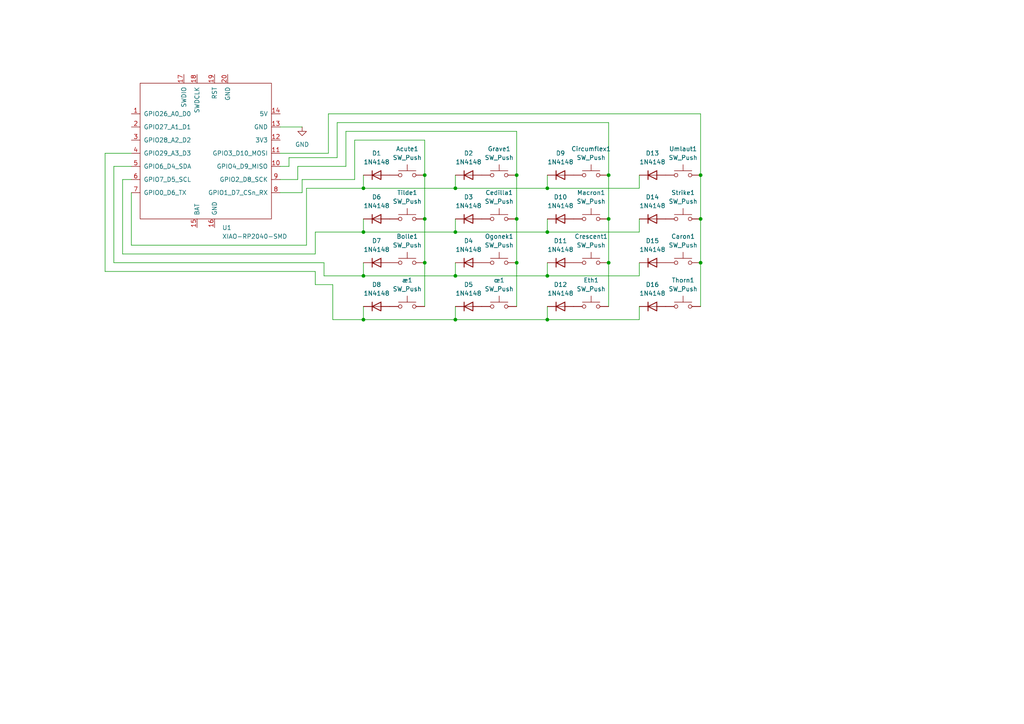
<source format=kicad_sch>
(kicad_sch (version 20231120) (generator "eeschema") (generator_version "8.0")
  (paper "A4")
  (lib_symbols
    (symbol "Diode:1N4148" (pin_numbers hide) (pin_names hide)
      (property "Reference" "D" (at 0 2.54 0))
      (property "Value" "1N4148" (at 0 -2.54 0))
      (symbol "1N4148_0_1"
        (polyline (pts (xy -1.27 1.27) (xy -1.27 -1.27)) (stroke (width 0.254)))
        (polyline (pts (xy 1.27 0) (xy -1.27 0)))
        (polyline (pts (xy 1.27 1.27) (xy 1.27 -1.27) (xy -1.27 0) (xy 1.27 1.27)) (stroke (width 0.254)))
      )
      (symbol "1N4148_1_1"
        (pin passive line (at -3.81 0 0) (length 2.54) (name "K") (number "1"))
        (pin passive line (at 3.81 0 180) (length 2.54) (name "A") (number "2"))
      )
    )
    (symbol "Seeed_Studio_XIAO_Series:XIAO-RP2040-SMD" (pin_names (offset 1.016))
      (property "Reference" "U" (at -18.542 23.114 0))
      (property "Value" "XIAO-RP2040-SMD" (at -8.382 21.336 0))
      (symbol "XIAO-RP2040-SMD_0_1"
        (rectangle (start 19.05 -19.05) (end -19.05 20.32))
      )
      (symbol "XIAO-RP2040-SMD_1_1"
        (pin passive line (at -21.59 11.43 0) (length 2.54) (name "GPIO26_A0_D0") (number "1"))
        (pin passive line (at 21.59 -3.81 180) (length 2.54) (name "GPIO4_D9_MISO") (number "10"))
        (pin passive line (at 21.59 0 180) (length 2.54) (name "GPIO3_D10_MOSI") (number "11"))
        (pin passive line (at 21.59 3.81 180) (length 2.54) (name "3V3") (number "12"))
        (pin passive line (at 21.59 7.62 180) (length 2.54) (name "GND") (number "13"))
        (pin passive line (at 21.59 11.43 180) (length 2.54) (name "5V") (number "14"))
        (pin passive line (at -2.54 -21.59 90) (length 2.54) (name "BAT") (number "15"))
        (pin passive line (at 2.54 -21.59 90) (length 2.54) (name "GND") (number "16"))
        (pin passive line (at -6.35 22.86 270) (length 2.54) (name "SWDIO") (number "17"))
        (pin passive line (at -2.54 22.86 270) (length 2.54) (name "SWDCLK") (number "18"))
        (pin passive line (at 2.54 22.86 270) (length 2.54) (name "RST") (number "19"))
        (pin passive line (at -21.59 7.62 0) (length 2.54) (name "GPIO27_A1_D1") (number "2"))
        (pin passive line (at 6.35 22.86 270) (length 2.54) (name "GND") (number "20"))
        (pin passive line (at -21.59 3.81 0) (length 2.54) (name "GPIO28_A2_D2") (number "3"))
        (pin passive line (at -21.59 0 0) (length 2.54) (name "GPIO29_A3_D3") (number "4"))
        (pin passive line (at -21.59 -3.81 0) (length 2.54) (name "GPIO6_D4_SDA") (number "5"))
        (pin passive line (at -21.59 -7.62 0) (length 2.54) (name "GPIO7_D5_SCL") (number "6"))
        (pin passive line (at -21.59 -11.43 0) (length 2.54) (name "GPIO0_D6_TX") (number "7"))
        (pin passive line (at 21.59 -11.43 180) (length 2.54) (name "GPIO1_D7_CSn_RX") (number "8"))
        (pin passive line (at 21.59 -7.62 180) (length 2.54) (name "GPIO2_D8_SCK") (number "9"))
      )
    )
    (symbol "Switch:SW_Push" (pin_numbers hide) (pin_names (offset 1.016) hide)
      (property "Reference" "SW" (at 1.27 2.54 0))
      (property "Value" "SW_Push" (at 0 -1.524 0))
      (symbol "SW_Push_0_1"
        (circle (center -2.032 0) (radius 0.508))
        (polyline (pts (xy 0 1.27) (xy 0 3.048)))
        (polyline (pts (xy 2.54 1.27) (xy -2.54 1.27)))
        (circle (center 2.032 0) (radius 0.508))
        (pin passive line (at -5.08 0 0) (length 2.54) (name "1") (number "1"))
        (pin passive line (at 5.08 0 180) (length 2.54) (name "2") (number "2"))
      )
    )
    (symbol "power:GND" (power) (pin_numbers hide) (pin_names (offset 0) hide)
      (property "Value" "GND" (at 0 -3.81 0))
      (symbol "GND_0_1"
        (polyline (pts (xy 0 0) (xy 0 -1.27) (xy 1.27 -1.27) (xy 0 -2.54) (xy -1.27 -1.27) (xy 0 -1.27)))
      )
      (symbol "GND_1_1"
        (pin power_in line (at 0 0 270) (length 0) (name "~") (number "1"))
      )
    )
  )
  (junction (at 132.08 80.01))
  (junction (at 105.41 92.71))
  (junction (at 132.08 54.61))
  (junction (at 123.19 63.5))
  (junction (at 158.75 80.01))
  (junction (at 149.86 50.8))
  (junction (at 132.08 92.71))
  (junction (at 203.2 50.8))
  (junction (at 203.2 63.5))
  (junction (at 105.41 54.61))
  (junction (at 158.75 67.31))
  (junction (at 105.41 67.31))
  (junction (at 123.19 76.2))
  (junction (at 176.53 63.5))
  (junction (at 176.53 50.8))
  (junction (at 158.75 54.61))
  (junction (at 105.41 80.01))
  (junction (at 132.08 67.31))
  (junction (at 149.86 76.2))
  (junction (at 176.53 76.2))
  (junction (at 149.86 63.5))
  (junction (at 203.2 76.2))
  (junction (at 123.19 50.8))
  (junction (at 158.75 92.71))
  (wire (pts (xy 123.19 40.64) (xy 102.87 40.64)))
  (wire (pts (xy 96.52 92.71) (xy 96.52 82.55)))
  (wire (pts (xy 93.98 80.01) (xy 93.98 76.2)))
  (wire (pts (xy 158.75 54.61) (xy 132.08 54.61)))
  (wire (pts (xy 86.36 48.26) (xy 86.36 52.07)))
  (wire (pts (xy 33.02 76.2) (xy 33.02 48.26)))
  (wire (pts (xy 132.08 88.9) (xy 132.08 92.71)))
  (wire (pts (xy 91.44 67.31) (xy 91.44 73.66)))
  (wire (pts (xy 86.36 52.07) (xy 81.28 52.07)))
  (wire (pts (xy 185.42 92.71) (xy 158.75 92.71)))
  (wire (pts (xy 105.41 76.2) (xy 105.41 80.01)))
  (wire (pts (xy 149.86 38.1) (xy 100.33 38.1)))
  (wire (pts (xy 95.25 44.45) (xy 81.28 44.45)))
  (wire (pts (xy 81.28 36.83) (xy 87.63 36.83)))
  (wire (pts (xy 91.44 82.55) (xy 91.44 78.74)))
  (wire (pts (xy 123.19 50.8) (xy 123.19 63.5)))
  (wire (pts (xy 38.1 71.12) (xy 38.1 55.88)))
  (wire (pts (xy 132.08 63.5) (xy 132.08 67.31)))
  (wire (pts (xy 105.41 50.8) (xy 105.41 54.61)))
  (wire (pts (xy 203.2 50.8) (xy 203.2 63.5)))
  (wire (pts (xy 105.41 92.71) (xy 96.52 92.71)))
  (wire (pts (xy 158.75 80.01) (xy 132.08 80.01)))
  (wire (pts (xy 132.08 54.61) (xy 105.41 54.61)))
  (wire (pts (xy 105.41 54.61) (xy 88.9 54.61)))
  (wire (pts (xy 158.75 50.8) (xy 158.75 54.61)))
  (wire (pts (xy 158.75 63.5) (xy 158.75 67.31)))
  (wire (pts (xy 30.48 44.45) (xy 38.1 44.45)))
  (wire (pts (xy 97.79 45.72) (xy 83.82 45.72)))
  (wire (pts (xy 149.86 76.2) (xy 149.86 88.9)))
  (wire (pts (xy 105.41 67.31) (xy 91.44 67.31)))
  (wire (pts (xy 105.41 63.5) (xy 105.41 67.31)))
  (wire (pts (xy 185.42 80.01) (xy 158.75 80.01)))
  (wire (pts (xy 123.19 50.8) (xy 123.19 40.64)))
  (wire (pts (xy 185.42 67.31) (xy 158.75 67.31)))
  (wire (pts (xy 33.02 48.26) (xy 38.1 48.26)))
  (wire (pts (xy 35.56 52.07) (xy 38.1 52.07)))
  (wire (pts (xy 97.79 35.56) (xy 97.79 45.72)))
  (wire (pts (xy 158.75 67.31) (xy 132.08 67.31)))
  (wire (pts (xy 132.08 80.01) (xy 105.41 80.01)))
  (wire (pts (xy 132.08 76.2) (xy 132.08 80.01)))
  (wire (pts (xy 185.42 63.5) (xy 185.42 67.31)))
  (wire (pts (xy 88.9 71.12) (xy 38.1 71.12)))
  (wire (pts (xy 132.08 92.71) (xy 105.41 92.71)))
  (wire (pts (xy 176.53 50.8) (xy 176.53 63.5)))
  (wire (pts (xy 123.19 76.2) (xy 123.19 88.9)))
  (wire (pts (xy 91.44 78.74) (xy 30.48 78.74)))
  (wire (pts (xy 100.33 48.26) (xy 86.36 48.26)))
  (wire (pts (xy 149.86 63.5) (xy 149.86 76.2)))
  (wire (pts (xy 102.87 40.64) (xy 102.87 52.07)))
  (wire (pts (xy 105.41 88.9) (xy 105.41 92.71)))
  (wire (pts (xy 158.75 88.9) (xy 158.75 92.71)))
  (wire (pts (xy 149.86 50.8) (xy 149.86 63.5)))
  (wire (pts (xy 176.53 35.56) (xy 97.79 35.56)))
  (wire (pts (xy 176.53 50.8) (xy 176.53 35.56)))
  (wire (pts (xy 203.2 63.5) (xy 203.2 76.2)))
  (wire (pts (xy 176.53 63.5) (xy 176.53 76.2)))
  (wire (pts (xy 102.87 52.07) (xy 87.63 52.07)))
  (wire (pts (xy 123.19 63.5) (xy 123.19 76.2)))
  (wire (pts (xy 203.2 33.02) (xy 95.25 33.02)))
  (wire (pts (xy 87.63 52.07) (xy 87.63 55.88)))
  (wire (pts (xy 95.25 33.02) (xy 95.25 44.45)))
  (wire (pts (xy 30.48 78.74) (xy 30.48 44.45)))
  (wire (pts (xy 158.75 76.2) (xy 158.75 80.01)))
  (wire (pts (xy 203.2 50.8) (xy 203.2 33.02)))
  (wire (pts (xy 96.52 82.55) (xy 91.44 82.55)))
  (wire (pts (xy 93.98 76.2) (xy 33.02 76.2)))
  (wire (pts (xy 105.41 80.01) (xy 93.98 80.01)))
  (wire (pts (xy 185.42 76.2) (xy 185.42 80.01)))
  (wire (pts (xy 158.75 92.71) (xy 132.08 92.71)))
  (wire (pts (xy 176.53 76.2) (xy 176.53 88.9)))
  (wire (pts (xy 203.2 76.2) (xy 203.2 88.9)))
  (wire (pts (xy 81.28 55.88) (xy 87.63 55.88)))
  (wire (pts (xy 149.86 50.8) (xy 149.86 38.1)))
  (wire (pts (xy 100.33 38.1) (xy 100.33 48.26)))
  (wire (pts (xy 132.08 67.31) (xy 105.41 67.31)))
  (wire (pts (xy 83.82 45.72) (xy 83.82 48.26)))
  (wire (pts (xy 132.08 50.8) (xy 132.08 54.61)))
  (wire (pts (xy 185.42 50.8) (xy 185.42 54.61)))
  (wire (pts (xy 35.56 73.66) (xy 35.56 52.07)))
  (wire (pts (xy 185.42 54.61) (xy 158.75 54.61)))
  (wire (pts (xy 88.9 54.61) (xy 88.9 71.12)))
  (wire (pts (xy 91.44 73.66) (xy 35.56 73.66)))
  (wire (pts (xy 185.42 88.9) (xy 185.42 92.71)))
  (wire (pts (xy 83.82 48.26) (xy 81.28 48.26)))
  (symbol (lib_id "power:GND") (at 87.63 36.83 0) (unit 1)
    (property "Reference" "#PWR01" (effects (hide yes)))
    (property "Value" "GND" (at 87.63 41.91 0))
    (property "Description" "Power symbol creates a global label with name \"GND\" , ground" (effects (hide yes)))
  )
  (symbol (lib_id "Switch:SW_Push") (at 171.45 88.9 0) (unit 1)
    (property "Reference" "Eth1" (at 171.45 81.28 0))
    (property "Value" "SW_Push" (at 171.45 83.82 0))
    (property "Footprint" "Button_Switch_Keyboard:SW_Cherry_MX_1.00u_PCB" (effects (hide yes)))
    (property "Description" "Push button switch, generic, two pins" (effects (hide yes)))
  )
  (symbol (lib_id "Switch:SW_Push") (at 118.11 63.5 0) (unit 1)
    (property "Reference" "Tilde1" (at 118.11 55.88 0))
    (property "Value" "SW_Push" (at 118.11 58.42 0))
    (property "Footprint" "Button_Switch_Keyboard:SW_Cherry_MX_1.00u_PCB" (effects (hide yes)))
    (property "Description" "Push button switch, generic, two pins" (effects (hide yes)))
  )
  (symbol (lib_id "Diode:1N4148") (at 109.22 63.5 0) (unit 1)
    (property "Reference" "D6" (at 109.22 57.15 0))
    (property "Value" "1N4148" (at 109.22 59.69 0))
    (property "Footprint" "Diode_THT:D_DO-35_SOD27_P7.62mm_Horizontal" (effects (hide yes)))
    (property "Datasheet" "https://assets.nexperia.com/documents/data-sheet/1N4148_1N4448.pdf" (effects (hide yes)))
    (property "Description" "100V 0.15A standard switching diode, DO-35" (effects (hide yes)))
    (property "Sim.Device" "D" (effects (hide yes)))
    (property "Sim.Pins" "1=K 2=A" (effects (hide yes)))
  )
  (symbol (lib_id "Diode:1N4148") (at 189.23 50.8 0) (unit 1)
    (property "Reference" "D13" (at 189.23 44.45 0))
    (property "Value" "1N4148" (at 189.23 46.99 0))
    (property "Footprint" "Diode_THT:D_DO-35_SOD27_P7.62mm_Horizontal" (effects (hide yes)))
    (property "Datasheet" "https://assets.nexperia.com/documents/data-sheet/1N4148_1N4448.pdf" (effects (hide yes)))
    (property "Description" "100V 0.15A standard switching diode, DO-35" (effects (hide yes)))
    (property "Sim.Device" "D" (effects (hide yes)))
    (property "Sim.Pins" "1=K 2=A" (effects (hide yes)))
  )
  (symbol (lib_id "Diode:1N4148") (at 109.22 76.2 0) (unit 1)
    (property "Reference" "D7" (at 109.22 69.85 0))
    (property "Value" "1N4148" (at 109.22 72.39 0))
    (property "Footprint" "Diode_THT:D_DO-35_SOD27_P7.62mm_Horizontal" (effects (hide yes)))
    (property "Datasheet" "https://assets.nexperia.com/documents/data-sheet/1N4148_1N4448.pdf" (effects (hide yes)))
    (property "Description" "100V 0.15A standard switching diode, DO-35" (effects (hide yes)))
    (property "Sim.Device" "D" (effects (hide yes)))
    (property "Sim.Pins" "1=K 2=A" (effects (hide yes)))
  )
  (symbol (lib_id "Switch:SW_Push") (at 144.78 50.8 0) (unit 1)
    (property "Reference" "Grave1" (at 144.78 43.18 0))
    (property "Value" "SW_Push" (at 144.78 45.72 0))
    (property "Footprint" "Button_Switch_Keyboard:SW_Cherry_MX_1.00u_PCB" (effects (hide yes)))
    (property "Description" "Push button switch, generic, two pins" (effects (hide yes)))
  )
  (symbol (lib_id "Switch:SW_Push") (at 198.12 63.5 0) (unit 1)
    (property "Reference" "Strike1" (at 198.12 55.88 0))
    (property "Value" "SW_Push" (at 198.12 58.42 0))
    (property "Footprint" "Button_Switch_Keyboard:SW_Cherry_MX_1.00u_PCB" (effects (hide yes)))
    (property "Description" "Push button switch, generic, two pins" (effects (hide yes)))
  )
  (symbol (lib_id "Switch:SW_Push") (at 144.78 76.2 0) (unit 1)
    (property "Reference" "Ogonek1" (at 144.78 68.58 0))
    (property "Value" "SW_Push" (at 144.78 71.12 0))
    (property "Footprint" "Button_Switch_Keyboard:SW_Cherry_MX_1.00u_PCB" (effects (hide yes)))
    (property "Description" "Push button switch, generic, two pins" (effects (hide yes)))
  )
  (symbol (lib_id "Diode:1N4148") (at 189.23 63.5 0) (unit 1)
    (property "Reference" "D14" (at 189.23 57.15 0))
    (property "Value" "1N4148" (at 189.23 59.69 0))
    (property "Footprint" "Diode_THT:D_DO-35_SOD27_P7.62mm_Horizontal" (effects (hide yes)))
    (property "Datasheet" "https://assets.nexperia.com/documents/data-sheet/1N4148_1N4448.pdf" (effects (hide yes)))
    (property "Description" "100V 0.15A standard switching diode, DO-35" (effects (hide yes)))
    (property "Sim.Device" "D" (effects (hide yes)))
    (property "Sim.Pins" "1=K 2=A" (effects (hide yes)))
  )
  (symbol (lib_id "Diode:1N4148") (at 162.56 88.9 0) (unit 1)
    (property "Reference" "D12" (at 162.56 82.55 0))
    (property "Value" "1N4148" (at 162.56 85.09 0))
    (property "Footprint" "Diode_THT:D_DO-35_SOD27_P7.62mm_Horizontal" (effects (hide yes)))
    (property "Datasheet" "https://assets.nexperia.com/documents/data-sheet/1N4148_1N4448.pdf" (effects (hide yes)))
    (property "Description" "100V 0.15A standard switching diode, DO-35" (effects (hide yes)))
    (property "Sim.Device" "D" (effects (hide yes)))
    (property "Sim.Pins" "1=K 2=A" (effects (hide yes)))
  )
  (symbol (lib_id "Switch:SW_Push") (at 118.11 76.2 0) (unit 1)
    (property "Reference" "Bolle1" (at 118.11 68.58 0))
    (property "Value" "SW_Push" (at 118.11 71.12 0))
    (property "Footprint" "Button_Switch_Keyboard:SW_Cherry_MX_1.00u_PCB" (effects (hide yes)))
    (property "Description" "Push button switch, generic, two pins" (effects (hide yes)))
  )
  (symbol (lib_id "Switch:SW_Push") (at 144.78 63.5 0) (unit 1)
    (property "Reference" "Cedilla1" (at 144.78 55.88 0))
    (property "Value" "SW_Push" (at 144.78 58.42 0))
    (property "Footprint" "Button_Switch_Keyboard:SW_Cherry_MX_1.00u_PCB" (effects (hide yes)))
    (property "Description" "Push button switch, generic, two pins" (effects (hide yes)))
  )
  (symbol (lib_id "Diode:1N4148") (at 189.23 88.9 0) (unit 1)
    (property "Reference" "D16" (at 189.23 82.55 0))
    (property "Value" "1N4148" (at 189.23 85.09 0))
    (property "Footprint" "Diode_THT:D_DO-35_SOD27_P7.62mm_Horizontal" (effects (hide yes)))
    (property "Datasheet" "https://assets.nexperia.com/documents/data-sheet/1N4148_1N4448.pdf" (effects (hide yes)))
    (property "Description" "100V 0.15A standard switching diode, DO-35" (effects (hide yes)))
    (property "Sim.Device" "D" (effects (hide yes)))
    (property "Sim.Pins" "1=K 2=A" (effects (hide yes)))
  )
  (symbol (lib_id "Switch:SW_Push") (at 171.45 63.5 0) (unit 1)
    (property "Reference" "Macron1" (at 171.45 55.88 0))
    (property "Value" "SW_Push" (at 171.45 58.42 0))
    (property "Footprint" "Button_Switch_Keyboard:SW_Cherry_MX_1.00u_PCB" (effects (hide yes)))
    (property "Description" "Push button switch, generic, two pins" (effects (hide yes)))
  )
  (symbol (lib_id "Switch:SW_Push") (at 198.12 50.8 0) (unit 1)
    (property "Reference" "Umlaut1" (at 198.12 43.18 0))
    (property "Value" "SW_Push" (at 198.12 45.72 0))
    (property "Footprint" "Button_Switch_Keyboard:SW_Cherry_MX_1.00u_PCB" (effects (hide yes)))
    (property "Description" "Push button switch, generic, two pins" (effects (hide yes)))
  )
  (symbol (lib_id "Seeed_Studio_XIAO_Series:XIAO-RP2040-SMD") (at 59.69 44.45 0) (unit 1)
    (property "Reference" "U1" (at 64.4241 66.04 0) (effects (justify left)))
    (property "Value" "XIAO-RP2040-SMD" (at 64.4241 68.58 0) (effects (justify left)))
    (property "Footprint" "Seeed Studio XIAO Series Library:XIAO-RP2040-DIP" (effects (hide yes)))
  )
  (symbol (lib_id "Diode:1N4148") (at 162.56 50.8 0) (unit 1)
    (property "Reference" "D9" (at 162.56 44.45 0))
    (property "Value" "1N4148" (at 162.56 46.99 0))
    (property "Footprint" "Diode_THT:D_DO-35_SOD27_P7.62mm_Horizontal" (effects (hide yes)))
    (property "Datasheet" "https://assets.nexperia.com/documents/data-sheet/1N4148_1N4448.pdf" (effects (hide yes)))
    (property "Description" "100V 0.15A standard switching diode, DO-35" (effects (hide yes)))
    (property "Sim.Device" "D" (effects (hide yes)))
    (property "Sim.Pins" "1=K 2=A" (effects (hide yes)))
  )
  (symbol (lib_id "Switch:SW_Push") (at 171.45 50.8 0) (unit 1)
    (property "Reference" "Circumflex1" (at 171.45 43.18 0))
    (property "Value" "SW_Push" (at 171.45 45.72 0))
    (property "Footprint" "Button_Switch_Keyboard:SW_Cherry_MX_1.00u_PCB" (effects (hide yes)))
    (property "Description" "Push button switch, generic, two pins" (effects (hide yes)))
  )
  (symbol (lib_id "Switch:SW_Push") (at 198.12 76.2 0) (unit 1)
    (property "Reference" "Caron1" (at 198.12 68.58 0))
    (property "Value" "SW_Push" (at 198.12 71.12 0))
    (property "Footprint" "Button_Switch_Keyboard:SW_Cherry_MX_1.00u_PCB" (effects (hide yes)))
    (property "Description" "Push button switch, generic, two pins" (effects (hide yes)))
  )
  (symbol (lib_id "Switch:SW_Push") (at 118.11 88.9 0) (unit 1)
    (property "Reference" "æ1" (at 118.11 81.28 0))
    (property "Value" "SW_Push" (at 118.11 83.82 0))
    (property "Footprint" "Button_Switch_Keyboard:SW_Cherry_MX_1.00u_PCB" (effects (hide yes)))
    (property "Description" "Push button switch, generic, two pins" (effects (hide yes)))
  )
  (symbol (lib_id "Switch:SW_Push") (at 198.12 88.9 0) (unit 1)
    (property "Reference" "Thorn1" (at 198.12 81.28 0))
    (property "Value" "SW_Push" (at 198.12 83.82 0))
    (property "Footprint" "Button_Switch_Keyboard:SW_Cherry_MX_1.00u_PCB" (effects (hide yes)))
    (property "Description" "Push button switch, generic, two pins" (effects (hide yes)))
  )
  (symbol (lib_id "Diode:1N4148") (at 162.56 76.2 0) (unit 1)
    (property "Reference" "D11" (at 162.56 69.85 0))
    (property "Value" "1N4148" (at 162.56 72.39 0))
    (property "Footprint" "Diode_THT:D_DO-35_SOD27_P7.62mm_Horizontal" (effects (hide yes)))
    (property "Datasheet" "https://assets.nexperia.com/documents/data-sheet/1N4148_1N4448.pdf" (effects (hide yes)))
    (property "Description" "100V 0.15A standard switching diode, DO-35" (effects (hide yes)))
    (property "Sim.Device" "D" (effects (hide yes)))
    (property "Sim.Pins" "1=K 2=A" (effects (hide yes)))
  )
  (symbol (lib_id "Switch:SW_Push") (at 171.45 76.2 0) (unit 1)
    (property "Reference" "Crescent1" (at 171.45 68.58 0))
    (property "Value" "SW_Push" (at 171.45 71.12 0))
    (property "Footprint" "Button_Switch_Keyboard:SW_Cherry_MX_1.00u_PCB" (effects (hide yes)))
    (property "Description" "Push button switch, generic, two pins" (effects (hide yes)))
  )
  (symbol (lib_id "Diode:1N4148") (at 109.22 50.8 0) (unit 1)
    (property "Reference" "D1" (at 109.22 44.45 0))
    (property "Value" "1N4148" (at 109.22 46.99 0))
    (property "Footprint" "Diode_THT:D_DO-35_SOD27_P7.62mm_Horizontal" (effects (hide yes)))
    (property "Datasheet" "https://assets.nexperia.com/documents/data-sheet/1N4148_1N4448.pdf" (effects (hide yes)))
    (property "Description" "100V 0.15A standard switching diode, DO-35" (effects (hide yes)))
    (property "Sim.Device" "D" (effects (hide yes)))
    (property "Sim.Pins" "1=K 2=A" (effects (hide yes)))
  )
  (symbol (lib_id "Diode:1N4148") (at 135.89 88.9 0) (unit 1)
    (property "Reference" "D5" (at 135.89 82.55 0))
    (property "Value" "1N4148" (at 135.89 85.09 0))
    (property "Footprint" "Diode_THT:D_DO-35_SOD27_P7.62mm_Horizontal" (effects (hide yes)))
    (property "Datasheet" "https://assets.nexperia.com/documents/data-sheet/1N4148_1N4448.pdf" (effects (hide yes)))
    (property "Description" "100V 0.15A standard switching diode, DO-35" (effects (hide yes)))
    (property "Sim.Device" "D" (effects (hide yes)))
    (property "Sim.Pins" "1=K 2=A" (effects (hide yes)))
  )
  (symbol (lib_id "Switch:SW_Push") (at 144.78 88.9 0) (unit 1)
    (property "Reference" "œ1" (at 144.78 81.28 0))
    (property "Value" "SW_Push" (at 144.78 83.82 0))
    (property "Footprint" "Button_Switch_Keyboard:SW_Cherry_MX_1.00u_PCB" (effects (hide yes)))
    (property "Description" "Push button switch, generic, two pins" (effects (hide yes)))
  )
  (symbol (lib_id "Diode:1N4148") (at 109.22 88.9 0) (unit 1)
    (property "Reference" "D8" (at 109.22 82.55 0))
    (property "Value" "1N4148" (at 109.22 85.09 0))
    (property "Footprint" "Diode_THT:D_DO-35_SOD27_P7.62mm_Horizontal" (effects (hide yes)))
    (property "Datasheet" "https://assets.nexperia.com/documents/data-sheet/1N4148_1N4448.pdf" (effects (hide yes)))
    (property "Description" "100V 0.15A standard switching diode, DO-35" (effects (hide yes)))
    (property "Sim.Device" "D" (effects (hide yes)))
    (property "Sim.Pins" "1=K 2=A" (effects (hide yes)))
  )
  (symbol (lib_id "Diode:1N4148") (at 135.89 76.2 0) (unit 1)
    (property "Reference" "D4" (at 135.89 69.85 0))
    (property "Value" "1N4148" (at 135.89 72.39 0))
    (property "Footprint" "Diode_THT:D_DO-35_SOD27_P7.62mm_Horizontal" (effects (hide yes)))
    (property "Datasheet" "https://assets.nexperia.com/documents/data-sheet/1N4148_1N4448.pdf" (effects (hide yes)))
    (property "Description" "100V 0.15A standard switching diode, DO-35" (effects (hide yes)))
    (property "Sim.Device" "D" (effects (hide yes)))
    (property "Sim.Pins" "1=K 2=A" (effects (hide yes)))
  )
  (symbol (lib_id "Diode:1N4148") (at 135.89 50.8 0) (unit 1)
    (property "Reference" "D2" (at 135.89 44.45 0))
    (property "Value" "1N4148" (at 135.89 46.99 0))
    (property "Footprint" "Diode_THT:D_DO-35_SOD27_P7.62mm_Horizontal" (effects (hide yes)))
    (property "Datasheet" "https://assets.nexperia.com/documents/data-sheet/1N4148_1N4448.pdf" (effects (hide yes)))
    (property "Description" "100V 0.15A standard switching diode, DO-35" (effects (hide yes)))
    (property "Sim.Device" "D" (effects (hide yes)))
    (property "Sim.Pins" "1=K 2=A" (effects (hide yes)))
  )
  (symbol (lib_id "Diode:1N4148") (at 189.23 76.2 0) (unit 1)
    (property "Reference" "D15" (at 189.23 69.85 0))
    (property "Value" "1N4148" (at 189.23 72.39 0))
    (property "Footprint" "Diode_THT:D_DO-35_SOD27_P7.62mm_Horizontal" (effects (hide yes)))
    (property "Datasheet" "https://assets.nexperia.com/documents/data-sheet/1N4148_1N4448.pdf" (effects (hide yes)))
    (property "Description" "100V 0.15A standard switching diode, DO-35" (effects (hide yes)))
    (property "Sim.Device" "D" (effects (hide yes)))
    (property "Sim.Pins" "1=K 2=A" (effects (hide yes)))
  )
  (symbol (lib_id "Diode:1N4148") (at 135.89 63.5 0) (unit 1)
    (property "Reference" "D3" (at 135.89 57.15 0))
    (property "Value" "1N4148" (at 135.89 59.69 0))
    (property "Footprint" "Diode_THT:D_DO-35_SOD27_P7.62mm_Horizontal" (effects (hide yes)))
    (property "Datasheet" "https://assets.nexperia.com/documents/data-sheet/1N4148_1N4448.pdf" (effects (hide yes)))
    (property "Description" "100V 0.15A standard switching diode, DO-35" (effects (hide yes)))
    (property "Sim.Device" "D" (effects (hide yes)))
    (property "Sim.Pins" "1=K 2=A" (effects (hide yes)))
  )
  (symbol (lib_id "Diode:1N4148") (at 162.56 63.5 0) (unit 1)
    (property "Reference" "D10" (at 162.56 57.15 0))
    (property "Value" "1N4148" (at 162.56 59.69 0))
    (property "Footprint" "Diode_THT:D_DO-35_SOD27_P7.62mm_Horizontal" (effects (hide yes)))
    (property "Datasheet" "https://assets.nexperia.com/documents/data-sheet/1N4148_1N4448.pdf" (effects (hide yes)))
    (property "Description" "100V 0.15A standard switching diode, DO-35" (effects (hide yes)))
    (property "Sim.Device" "D" (effects (hide yes)))
    (property "Sim.Pins" "1=K 2=A" (effects (hide yes)))
  )
  (symbol (lib_id "Switch:SW_Push") (at 118.11 50.8 0) (unit 1)
    (property "Reference" "Acute1" (at 118.11 43.18 0))
    (property "Value" "SW_Push" (at 118.11 45.72 0))
    (property "Footprint" "Button_Switch_Keyboard:SW_Cherry_MX_1.00u_PCB" (effects (hide yes)))
    (property "Description" "Push button switch, generic, two pins" (effects (hide yes)))
  )
)
</source>
